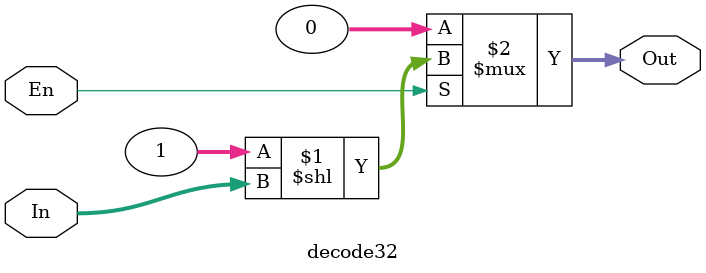
<source format=v>
`timescale 1ns / 1ps


module decode32(
    output [31:0] Out,
     input [4:0] In,
    input En
    );
    assign Out =En ? (1<<In) : 0;
endmodule

</source>
